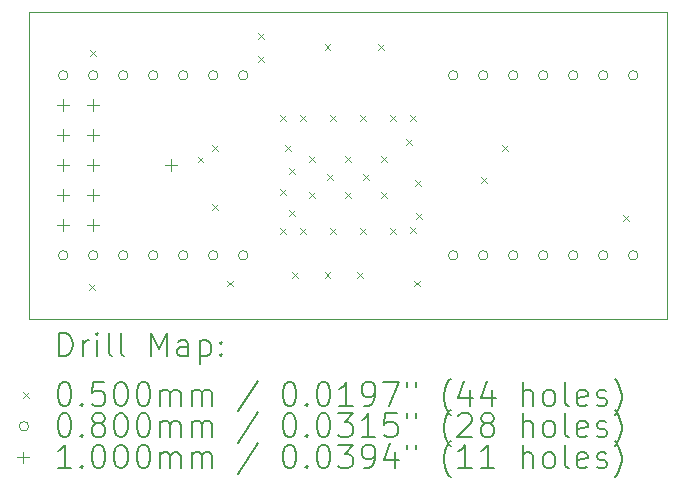
<source format=gbr>
%TF.GenerationSoftware,KiCad,Pcbnew,6.0.10-86aedd382b~118~ubuntu18.04.1*%
%TF.CreationDate,2024-01-18T17:26:40+00:00*%
%TF.ProjectId,ReTuLaReMake,52655475-4c61-4526-954d-616b652e6b69,rev?*%
%TF.SameCoordinates,Original*%
%TF.FileFunction,Drillmap*%
%TF.FilePolarity,Positive*%
%FSLAX45Y45*%
G04 Gerber Fmt 4.5, Leading zero omitted, Abs format (unit mm)*
G04 Created by KiCad (PCBNEW 6.0.10-86aedd382b~118~ubuntu18.04.1) date 2024-01-18 17:26:40*
%MOMM*%
%LPD*%
G01*
G04 APERTURE LIST*
%ADD10C,0.100000*%
%ADD11C,0.200000*%
%ADD12C,0.050000*%
%ADD13C,0.080000*%
G04 APERTURE END LIST*
D10*
X15400000Y-10638000D02*
X10000000Y-10638000D01*
X10000000Y-10638000D02*
X10000000Y-13238000D01*
X10000000Y-13238000D02*
X15400000Y-13238000D01*
X15400000Y-13238000D02*
X15400000Y-10638000D01*
D11*
D12*
X10503500Y-12941500D02*
X10553500Y-12991500D01*
X10553500Y-12941500D02*
X10503500Y-12991500D01*
X10516000Y-10960500D02*
X10566000Y-11010500D01*
X10566000Y-10960500D02*
X10516000Y-11010500D01*
X11425000Y-11863000D02*
X11475000Y-11913000D01*
X11475000Y-11863000D02*
X11425000Y-11913000D01*
X11546250Y-11766750D02*
X11596250Y-11816750D01*
X11596250Y-11766750D02*
X11546250Y-11816750D01*
X11550000Y-12266750D02*
X11600000Y-12316750D01*
X11600000Y-12266750D02*
X11550000Y-12316750D01*
X11675000Y-12913000D02*
X11725000Y-12963000D01*
X11725000Y-12913000D02*
X11675000Y-12963000D01*
X11935000Y-11013000D02*
X11985000Y-11063000D01*
X11985000Y-11013000D02*
X11935000Y-11063000D01*
X11938400Y-10820800D02*
X11988400Y-10870800D01*
X11988400Y-10820800D02*
X11938400Y-10870800D01*
X12125000Y-11513000D02*
X12175000Y-11563000D01*
X12175000Y-11513000D02*
X12125000Y-11563000D01*
X12125000Y-12138000D02*
X12175000Y-12188000D01*
X12175000Y-12138000D02*
X12125000Y-12188000D01*
X12125000Y-12471800D02*
X12175000Y-12521800D01*
X12175000Y-12471800D02*
X12125000Y-12521800D01*
X12163000Y-11763000D02*
X12213000Y-11813000D01*
X12213000Y-11763000D02*
X12163000Y-11813000D01*
X12200000Y-11963000D02*
X12250000Y-12013000D01*
X12250000Y-11963000D02*
X12200000Y-12013000D01*
X12200000Y-12313000D02*
X12250000Y-12363000D01*
X12250000Y-12313000D02*
X12200000Y-12363000D01*
X12225000Y-12838000D02*
X12275000Y-12888000D01*
X12275000Y-12838000D02*
X12225000Y-12888000D01*
X12294000Y-11513000D02*
X12344000Y-11563000D01*
X12344000Y-11513000D02*
X12294000Y-11563000D01*
X12294000Y-12471800D02*
X12344000Y-12521800D01*
X12344000Y-12471800D02*
X12294000Y-12521800D01*
X12370200Y-11862200D02*
X12420200Y-11912200D01*
X12420200Y-11862200D02*
X12370200Y-11912200D01*
X12370200Y-12167000D02*
X12420200Y-12217000D01*
X12420200Y-12167000D02*
X12370200Y-12217000D01*
X12500000Y-10913000D02*
X12550000Y-10963000D01*
X12550000Y-10913000D02*
X12500000Y-10963000D01*
X12500000Y-12838000D02*
X12550000Y-12888000D01*
X12550000Y-12838000D02*
X12500000Y-12888000D01*
X12522600Y-12014600D02*
X12572600Y-12064600D01*
X12572600Y-12014600D02*
X12522600Y-12064600D01*
X12548000Y-11513000D02*
X12598000Y-11563000D01*
X12598000Y-11513000D02*
X12548000Y-11563000D01*
X12548000Y-12471800D02*
X12598000Y-12521800D01*
X12598000Y-12471800D02*
X12548000Y-12521800D01*
X12675000Y-11862200D02*
X12725000Y-11912200D01*
X12725000Y-11862200D02*
X12675000Y-11912200D01*
X12675000Y-12167000D02*
X12725000Y-12217000D01*
X12725000Y-12167000D02*
X12675000Y-12217000D01*
X12775000Y-12838000D02*
X12825000Y-12888000D01*
X12825000Y-12838000D02*
X12775000Y-12888000D01*
X12802000Y-11513000D02*
X12852000Y-11563000D01*
X12852000Y-11513000D02*
X12802000Y-11563000D01*
X12802000Y-12471800D02*
X12852000Y-12521800D01*
X12852000Y-12471800D02*
X12802000Y-12521800D01*
X12827400Y-12014600D02*
X12877400Y-12064600D01*
X12877400Y-12014600D02*
X12827400Y-12064600D01*
X12955000Y-10913000D02*
X13005000Y-10963000D01*
X13005000Y-10913000D02*
X12955000Y-10963000D01*
X12979800Y-11862200D02*
X13029800Y-11912200D01*
X13029800Y-11862200D02*
X12979800Y-11912200D01*
X12979800Y-12167000D02*
X13029800Y-12217000D01*
X13029800Y-12167000D02*
X12979800Y-12217000D01*
X13056000Y-11513000D02*
X13106000Y-11563000D01*
X13106000Y-11513000D02*
X13056000Y-11563000D01*
X13056000Y-12471800D02*
X13106000Y-12521800D01*
X13106000Y-12471800D02*
X13056000Y-12521800D01*
X13188000Y-11713000D02*
X13238000Y-11763000D01*
X13238000Y-11713000D02*
X13188000Y-11763000D01*
X13225000Y-11513000D02*
X13275000Y-11563000D01*
X13275000Y-11513000D02*
X13225000Y-11563000D01*
X13225000Y-12463000D02*
X13275000Y-12513000D01*
X13275000Y-12463000D02*
X13225000Y-12513000D01*
X13255000Y-12913000D02*
X13305000Y-12963000D01*
X13305000Y-12913000D02*
X13255000Y-12963000D01*
X13263000Y-12063000D02*
X13313000Y-12113000D01*
X13313000Y-12063000D02*
X13263000Y-12113000D01*
X13275000Y-12338000D02*
X13325000Y-12388000D01*
X13325000Y-12338000D02*
X13275000Y-12388000D01*
X13825000Y-12035500D02*
X13875000Y-12085500D01*
X13875000Y-12035500D02*
X13825000Y-12085500D01*
X14000000Y-11763000D02*
X14050000Y-11813000D01*
X14050000Y-11763000D02*
X14000000Y-11813000D01*
X15024500Y-12357500D02*
X15074500Y-12407500D01*
X15074500Y-12357500D02*
X15024500Y-12407500D01*
D13*
X10327000Y-11176000D02*
G75*
G03*
X10327000Y-11176000I-40000J0D01*
G01*
X10327000Y-12700000D02*
G75*
G03*
X10327000Y-12700000I-40000J0D01*
G01*
X10581000Y-11176000D02*
G75*
G03*
X10581000Y-11176000I-40000J0D01*
G01*
X10581000Y-12700000D02*
G75*
G03*
X10581000Y-12700000I-40000J0D01*
G01*
X10835000Y-11176000D02*
G75*
G03*
X10835000Y-11176000I-40000J0D01*
G01*
X10835000Y-12700000D02*
G75*
G03*
X10835000Y-12700000I-40000J0D01*
G01*
X11089000Y-11176000D02*
G75*
G03*
X11089000Y-11176000I-40000J0D01*
G01*
X11089000Y-12700000D02*
G75*
G03*
X11089000Y-12700000I-40000J0D01*
G01*
X11343000Y-11176000D02*
G75*
G03*
X11343000Y-11176000I-40000J0D01*
G01*
X11343000Y-12700000D02*
G75*
G03*
X11343000Y-12700000I-40000J0D01*
G01*
X11597000Y-11176000D02*
G75*
G03*
X11597000Y-11176000I-40000J0D01*
G01*
X11597000Y-12700000D02*
G75*
G03*
X11597000Y-12700000I-40000J0D01*
G01*
X11851000Y-11176000D02*
G75*
G03*
X11851000Y-11176000I-40000J0D01*
G01*
X11851000Y-12700000D02*
G75*
G03*
X11851000Y-12700000I-40000J0D01*
G01*
X13629000Y-11176000D02*
G75*
G03*
X13629000Y-11176000I-40000J0D01*
G01*
X13629000Y-12700000D02*
G75*
G03*
X13629000Y-12700000I-40000J0D01*
G01*
X13883000Y-11176000D02*
G75*
G03*
X13883000Y-11176000I-40000J0D01*
G01*
X13883000Y-12700000D02*
G75*
G03*
X13883000Y-12700000I-40000J0D01*
G01*
X14137000Y-11176000D02*
G75*
G03*
X14137000Y-11176000I-40000J0D01*
G01*
X14137000Y-12700000D02*
G75*
G03*
X14137000Y-12700000I-40000J0D01*
G01*
X14391000Y-11176000D02*
G75*
G03*
X14391000Y-11176000I-40000J0D01*
G01*
X14391000Y-12700000D02*
G75*
G03*
X14391000Y-12700000I-40000J0D01*
G01*
X14645000Y-11176000D02*
G75*
G03*
X14645000Y-11176000I-40000J0D01*
G01*
X14645000Y-12700000D02*
G75*
G03*
X14645000Y-12700000I-40000J0D01*
G01*
X14899000Y-11176000D02*
G75*
G03*
X14899000Y-11176000I-40000J0D01*
G01*
X14899000Y-12700000D02*
G75*
G03*
X14899000Y-12700000I-40000J0D01*
G01*
X15153000Y-11176000D02*
G75*
G03*
X15153000Y-11176000I-40000J0D01*
G01*
X15153000Y-12700000D02*
G75*
G03*
X15153000Y-12700000I-40000J0D01*
G01*
D10*
X10287000Y-11380000D02*
X10287000Y-11480000D01*
X10237000Y-11430000D02*
X10337000Y-11430000D01*
X10287000Y-11634000D02*
X10287000Y-11734000D01*
X10237000Y-11684000D02*
X10337000Y-11684000D01*
X10287000Y-11888000D02*
X10287000Y-11988000D01*
X10237000Y-11938000D02*
X10337000Y-11938000D01*
X10287000Y-12142000D02*
X10287000Y-12242000D01*
X10237000Y-12192000D02*
X10337000Y-12192000D01*
X10287000Y-12396000D02*
X10287000Y-12496000D01*
X10237000Y-12446000D02*
X10337000Y-12446000D01*
X10541000Y-11380000D02*
X10541000Y-11480000D01*
X10491000Y-11430000D02*
X10591000Y-11430000D01*
X10541000Y-11634000D02*
X10541000Y-11734000D01*
X10491000Y-11684000D02*
X10591000Y-11684000D01*
X10541000Y-11888000D02*
X10541000Y-11988000D01*
X10491000Y-11938000D02*
X10591000Y-11938000D01*
X10541000Y-12142000D02*
X10541000Y-12242000D01*
X10491000Y-12192000D02*
X10591000Y-12192000D01*
X10541000Y-12396000D02*
X10541000Y-12496000D01*
X10491000Y-12446000D02*
X10591000Y-12446000D01*
X11200000Y-11888000D02*
X11200000Y-11988000D01*
X11150000Y-11938000D02*
X11250000Y-11938000D01*
D11*
X10252619Y-13553476D02*
X10252619Y-13353476D01*
X10300238Y-13353476D01*
X10328810Y-13363000D01*
X10347857Y-13382048D01*
X10357381Y-13401095D01*
X10366905Y-13439190D01*
X10366905Y-13467762D01*
X10357381Y-13505857D01*
X10347857Y-13524905D01*
X10328810Y-13543952D01*
X10300238Y-13553476D01*
X10252619Y-13553476D01*
X10452619Y-13553476D02*
X10452619Y-13420143D01*
X10452619Y-13458238D02*
X10462143Y-13439190D01*
X10471667Y-13429667D01*
X10490714Y-13420143D01*
X10509762Y-13420143D01*
X10576429Y-13553476D02*
X10576429Y-13420143D01*
X10576429Y-13353476D02*
X10566905Y-13363000D01*
X10576429Y-13372524D01*
X10585952Y-13363000D01*
X10576429Y-13353476D01*
X10576429Y-13372524D01*
X10700238Y-13553476D02*
X10681190Y-13543952D01*
X10671667Y-13524905D01*
X10671667Y-13353476D01*
X10805000Y-13553476D02*
X10785952Y-13543952D01*
X10776429Y-13524905D01*
X10776429Y-13353476D01*
X11033571Y-13553476D02*
X11033571Y-13353476D01*
X11100238Y-13496333D01*
X11166905Y-13353476D01*
X11166905Y-13553476D01*
X11347857Y-13553476D02*
X11347857Y-13448714D01*
X11338333Y-13429667D01*
X11319286Y-13420143D01*
X11281190Y-13420143D01*
X11262143Y-13429667D01*
X11347857Y-13543952D02*
X11328809Y-13553476D01*
X11281190Y-13553476D01*
X11262143Y-13543952D01*
X11252619Y-13524905D01*
X11252619Y-13505857D01*
X11262143Y-13486809D01*
X11281190Y-13477286D01*
X11328809Y-13477286D01*
X11347857Y-13467762D01*
X11443095Y-13420143D02*
X11443095Y-13620143D01*
X11443095Y-13429667D02*
X11462143Y-13420143D01*
X11500238Y-13420143D01*
X11519286Y-13429667D01*
X11528809Y-13439190D01*
X11538333Y-13458238D01*
X11538333Y-13515381D01*
X11528809Y-13534428D01*
X11519286Y-13543952D01*
X11500238Y-13553476D01*
X11462143Y-13553476D01*
X11443095Y-13543952D01*
X11624048Y-13534428D02*
X11633571Y-13543952D01*
X11624048Y-13553476D01*
X11614524Y-13543952D01*
X11624048Y-13534428D01*
X11624048Y-13553476D01*
X11624048Y-13429667D02*
X11633571Y-13439190D01*
X11624048Y-13448714D01*
X11614524Y-13439190D01*
X11624048Y-13429667D01*
X11624048Y-13448714D01*
D12*
X9945000Y-13858000D02*
X9995000Y-13908000D01*
X9995000Y-13858000D02*
X9945000Y-13908000D01*
D11*
X10290714Y-13773476D02*
X10309762Y-13773476D01*
X10328810Y-13783000D01*
X10338333Y-13792524D01*
X10347857Y-13811571D01*
X10357381Y-13849667D01*
X10357381Y-13897286D01*
X10347857Y-13935381D01*
X10338333Y-13954428D01*
X10328810Y-13963952D01*
X10309762Y-13973476D01*
X10290714Y-13973476D01*
X10271667Y-13963952D01*
X10262143Y-13954428D01*
X10252619Y-13935381D01*
X10243095Y-13897286D01*
X10243095Y-13849667D01*
X10252619Y-13811571D01*
X10262143Y-13792524D01*
X10271667Y-13783000D01*
X10290714Y-13773476D01*
X10443095Y-13954428D02*
X10452619Y-13963952D01*
X10443095Y-13973476D01*
X10433571Y-13963952D01*
X10443095Y-13954428D01*
X10443095Y-13973476D01*
X10633571Y-13773476D02*
X10538333Y-13773476D01*
X10528810Y-13868714D01*
X10538333Y-13859190D01*
X10557381Y-13849667D01*
X10605000Y-13849667D01*
X10624048Y-13859190D01*
X10633571Y-13868714D01*
X10643095Y-13887762D01*
X10643095Y-13935381D01*
X10633571Y-13954428D01*
X10624048Y-13963952D01*
X10605000Y-13973476D01*
X10557381Y-13973476D01*
X10538333Y-13963952D01*
X10528810Y-13954428D01*
X10766905Y-13773476D02*
X10785952Y-13773476D01*
X10805000Y-13783000D01*
X10814524Y-13792524D01*
X10824048Y-13811571D01*
X10833571Y-13849667D01*
X10833571Y-13897286D01*
X10824048Y-13935381D01*
X10814524Y-13954428D01*
X10805000Y-13963952D01*
X10785952Y-13973476D01*
X10766905Y-13973476D01*
X10747857Y-13963952D01*
X10738333Y-13954428D01*
X10728810Y-13935381D01*
X10719286Y-13897286D01*
X10719286Y-13849667D01*
X10728810Y-13811571D01*
X10738333Y-13792524D01*
X10747857Y-13783000D01*
X10766905Y-13773476D01*
X10957381Y-13773476D02*
X10976429Y-13773476D01*
X10995476Y-13783000D01*
X11005000Y-13792524D01*
X11014524Y-13811571D01*
X11024048Y-13849667D01*
X11024048Y-13897286D01*
X11014524Y-13935381D01*
X11005000Y-13954428D01*
X10995476Y-13963952D01*
X10976429Y-13973476D01*
X10957381Y-13973476D01*
X10938333Y-13963952D01*
X10928810Y-13954428D01*
X10919286Y-13935381D01*
X10909762Y-13897286D01*
X10909762Y-13849667D01*
X10919286Y-13811571D01*
X10928810Y-13792524D01*
X10938333Y-13783000D01*
X10957381Y-13773476D01*
X11109762Y-13973476D02*
X11109762Y-13840143D01*
X11109762Y-13859190D02*
X11119286Y-13849667D01*
X11138333Y-13840143D01*
X11166905Y-13840143D01*
X11185952Y-13849667D01*
X11195476Y-13868714D01*
X11195476Y-13973476D01*
X11195476Y-13868714D02*
X11205000Y-13849667D01*
X11224048Y-13840143D01*
X11252619Y-13840143D01*
X11271667Y-13849667D01*
X11281190Y-13868714D01*
X11281190Y-13973476D01*
X11376428Y-13973476D02*
X11376428Y-13840143D01*
X11376428Y-13859190D02*
X11385952Y-13849667D01*
X11405000Y-13840143D01*
X11433571Y-13840143D01*
X11452619Y-13849667D01*
X11462143Y-13868714D01*
X11462143Y-13973476D01*
X11462143Y-13868714D02*
X11471667Y-13849667D01*
X11490714Y-13840143D01*
X11519286Y-13840143D01*
X11538333Y-13849667D01*
X11547857Y-13868714D01*
X11547857Y-13973476D01*
X11938333Y-13763952D02*
X11766905Y-14021095D01*
X12195476Y-13773476D02*
X12214524Y-13773476D01*
X12233571Y-13783000D01*
X12243095Y-13792524D01*
X12252619Y-13811571D01*
X12262143Y-13849667D01*
X12262143Y-13897286D01*
X12252619Y-13935381D01*
X12243095Y-13954428D01*
X12233571Y-13963952D01*
X12214524Y-13973476D01*
X12195476Y-13973476D01*
X12176428Y-13963952D01*
X12166905Y-13954428D01*
X12157381Y-13935381D01*
X12147857Y-13897286D01*
X12147857Y-13849667D01*
X12157381Y-13811571D01*
X12166905Y-13792524D01*
X12176428Y-13783000D01*
X12195476Y-13773476D01*
X12347857Y-13954428D02*
X12357381Y-13963952D01*
X12347857Y-13973476D01*
X12338333Y-13963952D01*
X12347857Y-13954428D01*
X12347857Y-13973476D01*
X12481190Y-13773476D02*
X12500238Y-13773476D01*
X12519286Y-13783000D01*
X12528809Y-13792524D01*
X12538333Y-13811571D01*
X12547857Y-13849667D01*
X12547857Y-13897286D01*
X12538333Y-13935381D01*
X12528809Y-13954428D01*
X12519286Y-13963952D01*
X12500238Y-13973476D01*
X12481190Y-13973476D01*
X12462143Y-13963952D01*
X12452619Y-13954428D01*
X12443095Y-13935381D01*
X12433571Y-13897286D01*
X12433571Y-13849667D01*
X12443095Y-13811571D01*
X12452619Y-13792524D01*
X12462143Y-13783000D01*
X12481190Y-13773476D01*
X12738333Y-13973476D02*
X12624048Y-13973476D01*
X12681190Y-13973476D02*
X12681190Y-13773476D01*
X12662143Y-13802048D01*
X12643095Y-13821095D01*
X12624048Y-13830619D01*
X12833571Y-13973476D02*
X12871667Y-13973476D01*
X12890714Y-13963952D01*
X12900238Y-13954428D01*
X12919286Y-13925857D01*
X12928809Y-13887762D01*
X12928809Y-13811571D01*
X12919286Y-13792524D01*
X12909762Y-13783000D01*
X12890714Y-13773476D01*
X12852619Y-13773476D01*
X12833571Y-13783000D01*
X12824048Y-13792524D01*
X12814524Y-13811571D01*
X12814524Y-13859190D01*
X12824048Y-13878238D01*
X12833571Y-13887762D01*
X12852619Y-13897286D01*
X12890714Y-13897286D01*
X12909762Y-13887762D01*
X12919286Y-13878238D01*
X12928809Y-13859190D01*
X12995476Y-13773476D02*
X13128809Y-13773476D01*
X13043095Y-13973476D01*
X13195476Y-13773476D02*
X13195476Y-13811571D01*
X13271667Y-13773476D02*
X13271667Y-13811571D01*
X13566905Y-14049667D02*
X13557381Y-14040143D01*
X13538333Y-14011571D01*
X13528809Y-13992524D01*
X13519286Y-13963952D01*
X13509762Y-13916333D01*
X13509762Y-13878238D01*
X13519286Y-13830619D01*
X13528809Y-13802048D01*
X13538333Y-13783000D01*
X13557381Y-13754428D01*
X13566905Y-13744905D01*
X13728809Y-13840143D02*
X13728809Y-13973476D01*
X13681190Y-13763952D02*
X13633571Y-13906809D01*
X13757381Y-13906809D01*
X13919286Y-13840143D02*
X13919286Y-13973476D01*
X13871667Y-13763952D02*
X13824048Y-13906809D01*
X13947857Y-13906809D01*
X14176428Y-13973476D02*
X14176428Y-13773476D01*
X14262143Y-13973476D02*
X14262143Y-13868714D01*
X14252619Y-13849667D01*
X14233571Y-13840143D01*
X14205000Y-13840143D01*
X14185952Y-13849667D01*
X14176428Y-13859190D01*
X14385952Y-13973476D02*
X14366905Y-13963952D01*
X14357381Y-13954428D01*
X14347857Y-13935381D01*
X14347857Y-13878238D01*
X14357381Y-13859190D01*
X14366905Y-13849667D01*
X14385952Y-13840143D01*
X14414524Y-13840143D01*
X14433571Y-13849667D01*
X14443095Y-13859190D01*
X14452619Y-13878238D01*
X14452619Y-13935381D01*
X14443095Y-13954428D01*
X14433571Y-13963952D01*
X14414524Y-13973476D01*
X14385952Y-13973476D01*
X14566905Y-13973476D02*
X14547857Y-13963952D01*
X14538333Y-13944905D01*
X14538333Y-13773476D01*
X14719286Y-13963952D02*
X14700238Y-13973476D01*
X14662143Y-13973476D01*
X14643095Y-13963952D01*
X14633571Y-13944905D01*
X14633571Y-13868714D01*
X14643095Y-13849667D01*
X14662143Y-13840143D01*
X14700238Y-13840143D01*
X14719286Y-13849667D01*
X14728809Y-13868714D01*
X14728809Y-13887762D01*
X14633571Y-13906809D01*
X14805000Y-13963952D02*
X14824048Y-13973476D01*
X14862143Y-13973476D01*
X14881190Y-13963952D01*
X14890714Y-13944905D01*
X14890714Y-13935381D01*
X14881190Y-13916333D01*
X14862143Y-13906809D01*
X14833571Y-13906809D01*
X14814524Y-13897286D01*
X14805000Y-13878238D01*
X14805000Y-13868714D01*
X14814524Y-13849667D01*
X14833571Y-13840143D01*
X14862143Y-13840143D01*
X14881190Y-13849667D01*
X14957381Y-14049667D02*
X14966905Y-14040143D01*
X14985952Y-14011571D01*
X14995476Y-13992524D01*
X15005000Y-13963952D01*
X15014524Y-13916333D01*
X15014524Y-13878238D01*
X15005000Y-13830619D01*
X14995476Y-13802048D01*
X14985952Y-13783000D01*
X14966905Y-13754428D01*
X14957381Y-13744905D01*
D13*
X9995000Y-14147000D02*
G75*
G03*
X9995000Y-14147000I-40000J0D01*
G01*
D11*
X10290714Y-14037476D02*
X10309762Y-14037476D01*
X10328810Y-14047000D01*
X10338333Y-14056524D01*
X10347857Y-14075571D01*
X10357381Y-14113667D01*
X10357381Y-14161286D01*
X10347857Y-14199381D01*
X10338333Y-14218428D01*
X10328810Y-14227952D01*
X10309762Y-14237476D01*
X10290714Y-14237476D01*
X10271667Y-14227952D01*
X10262143Y-14218428D01*
X10252619Y-14199381D01*
X10243095Y-14161286D01*
X10243095Y-14113667D01*
X10252619Y-14075571D01*
X10262143Y-14056524D01*
X10271667Y-14047000D01*
X10290714Y-14037476D01*
X10443095Y-14218428D02*
X10452619Y-14227952D01*
X10443095Y-14237476D01*
X10433571Y-14227952D01*
X10443095Y-14218428D01*
X10443095Y-14237476D01*
X10566905Y-14123190D02*
X10547857Y-14113667D01*
X10538333Y-14104143D01*
X10528810Y-14085095D01*
X10528810Y-14075571D01*
X10538333Y-14056524D01*
X10547857Y-14047000D01*
X10566905Y-14037476D01*
X10605000Y-14037476D01*
X10624048Y-14047000D01*
X10633571Y-14056524D01*
X10643095Y-14075571D01*
X10643095Y-14085095D01*
X10633571Y-14104143D01*
X10624048Y-14113667D01*
X10605000Y-14123190D01*
X10566905Y-14123190D01*
X10547857Y-14132714D01*
X10538333Y-14142238D01*
X10528810Y-14161286D01*
X10528810Y-14199381D01*
X10538333Y-14218428D01*
X10547857Y-14227952D01*
X10566905Y-14237476D01*
X10605000Y-14237476D01*
X10624048Y-14227952D01*
X10633571Y-14218428D01*
X10643095Y-14199381D01*
X10643095Y-14161286D01*
X10633571Y-14142238D01*
X10624048Y-14132714D01*
X10605000Y-14123190D01*
X10766905Y-14037476D02*
X10785952Y-14037476D01*
X10805000Y-14047000D01*
X10814524Y-14056524D01*
X10824048Y-14075571D01*
X10833571Y-14113667D01*
X10833571Y-14161286D01*
X10824048Y-14199381D01*
X10814524Y-14218428D01*
X10805000Y-14227952D01*
X10785952Y-14237476D01*
X10766905Y-14237476D01*
X10747857Y-14227952D01*
X10738333Y-14218428D01*
X10728810Y-14199381D01*
X10719286Y-14161286D01*
X10719286Y-14113667D01*
X10728810Y-14075571D01*
X10738333Y-14056524D01*
X10747857Y-14047000D01*
X10766905Y-14037476D01*
X10957381Y-14037476D02*
X10976429Y-14037476D01*
X10995476Y-14047000D01*
X11005000Y-14056524D01*
X11014524Y-14075571D01*
X11024048Y-14113667D01*
X11024048Y-14161286D01*
X11014524Y-14199381D01*
X11005000Y-14218428D01*
X10995476Y-14227952D01*
X10976429Y-14237476D01*
X10957381Y-14237476D01*
X10938333Y-14227952D01*
X10928810Y-14218428D01*
X10919286Y-14199381D01*
X10909762Y-14161286D01*
X10909762Y-14113667D01*
X10919286Y-14075571D01*
X10928810Y-14056524D01*
X10938333Y-14047000D01*
X10957381Y-14037476D01*
X11109762Y-14237476D02*
X11109762Y-14104143D01*
X11109762Y-14123190D02*
X11119286Y-14113667D01*
X11138333Y-14104143D01*
X11166905Y-14104143D01*
X11185952Y-14113667D01*
X11195476Y-14132714D01*
X11195476Y-14237476D01*
X11195476Y-14132714D02*
X11205000Y-14113667D01*
X11224048Y-14104143D01*
X11252619Y-14104143D01*
X11271667Y-14113667D01*
X11281190Y-14132714D01*
X11281190Y-14237476D01*
X11376428Y-14237476D02*
X11376428Y-14104143D01*
X11376428Y-14123190D02*
X11385952Y-14113667D01*
X11405000Y-14104143D01*
X11433571Y-14104143D01*
X11452619Y-14113667D01*
X11462143Y-14132714D01*
X11462143Y-14237476D01*
X11462143Y-14132714D02*
X11471667Y-14113667D01*
X11490714Y-14104143D01*
X11519286Y-14104143D01*
X11538333Y-14113667D01*
X11547857Y-14132714D01*
X11547857Y-14237476D01*
X11938333Y-14027952D02*
X11766905Y-14285095D01*
X12195476Y-14037476D02*
X12214524Y-14037476D01*
X12233571Y-14047000D01*
X12243095Y-14056524D01*
X12252619Y-14075571D01*
X12262143Y-14113667D01*
X12262143Y-14161286D01*
X12252619Y-14199381D01*
X12243095Y-14218428D01*
X12233571Y-14227952D01*
X12214524Y-14237476D01*
X12195476Y-14237476D01*
X12176428Y-14227952D01*
X12166905Y-14218428D01*
X12157381Y-14199381D01*
X12147857Y-14161286D01*
X12147857Y-14113667D01*
X12157381Y-14075571D01*
X12166905Y-14056524D01*
X12176428Y-14047000D01*
X12195476Y-14037476D01*
X12347857Y-14218428D02*
X12357381Y-14227952D01*
X12347857Y-14237476D01*
X12338333Y-14227952D01*
X12347857Y-14218428D01*
X12347857Y-14237476D01*
X12481190Y-14037476D02*
X12500238Y-14037476D01*
X12519286Y-14047000D01*
X12528809Y-14056524D01*
X12538333Y-14075571D01*
X12547857Y-14113667D01*
X12547857Y-14161286D01*
X12538333Y-14199381D01*
X12528809Y-14218428D01*
X12519286Y-14227952D01*
X12500238Y-14237476D01*
X12481190Y-14237476D01*
X12462143Y-14227952D01*
X12452619Y-14218428D01*
X12443095Y-14199381D01*
X12433571Y-14161286D01*
X12433571Y-14113667D01*
X12443095Y-14075571D01*
X12452619Y-14056524D01*
X12462143Y-14047000D01*
X12481190Y-14037476D01*
X12614524Y-14037476D02*
X12738333Y-14037476D01*
X12671667Y-14113667D01*
X12700238Y-14113667D01*
X12719286Y-14123190D01*
X12728809Y-14132714D01*
X12738333Y-14151762D01*
X12738333Y-14199381D01*
X12728809Y-14218428D01*
X12719286Y-14227952D01*
X12700238Y-14237476D01*
X12643095Y-14237476D01*
X12624048Y-14227952D01*
X12614524Y-14218428D01*
X12928809Y-14237476D02*
X12814524Y-14237476D01*
X12871667Y-14237476D02*
X12871667Y-14037476D01*
X12852619Y-14066048D01*
X12833571Y-14085095D01*
X12814524Y-14094619D01*
X13109762Y-14037476D02*
X13014524Y-14037476D01*
X13005000Y-14132714D01*
X13014524Y-14123190D01*
X13033571Y-14113667D01*
X13081190Y-14113667D01*
X13100238Y-14123190D01*
X13109762Y-14132714D01*
X13119286Y-14151762D01*
X13119286Y-14199381D01*
X13109762Y-14218428D01*
X13100238Y-14227952D01*
X13081190Y-14237476D01*
X13033571Y-14237476D01*
X13014524Y-14227952D01*
X13005000Y-14218428D01*
X13195476Y-14037476D02*
X13195476Y-14075571D01*
X13271667Y-14037476D02*
X13271667Y-14075571D01*
X13566905Y-14313667D02*
X13557381Y-14304143D01*
X13538333Y-14275571D01*
X13528809Y-14256524D01*
X13519286Y-14227952D01*
X13509762Y-14180333D01*
X13509762Y-14142238D01*
X13519286Y-14094619D01*
X13528809Y-14066048D01*
X13538333Y-14047000D01*
X13557381Y-14018428D01*
X13566905Y-14008905D01*
X13633571Y-14056524D02*
X13643095Y-14047000D01*
X13662143Y-14037476D01*
X13709762Y-14037476D01*
X13728809Y-14047000D01*
X13738333Y-14056524D01*
X13747857Y-14075571D01*
X13747857Y-14094619D01*
X13738333Y-14123190D01*
X13624048Y-14237476D01*
X13747857Y-14237476D01*
X13862143Y-14123190D02*
X13843095Y-14113667D01*
X13833571Y-14104143D01*
X13824048Y-14085095D01*
X13824048Y-14075571D01*
X13833571Y-14056524D01*
X13843095Y-14047000D01*
X13862143Y-14037476D01*
X13900238Y-14037476D01*
X13919286Y-14047000D01*
X13928809Y-14056524D01*
X13938333Y-14075571D01*
X13938333Y-14085095D01*
X13928809Y-14104143D01*
X13919286Y-14113667D01*
X13900238Y-14123190D01*
X13862143Y-14123190D01*
X13843095Y-14132714D01*
X13833571Y-14142238D01*
X13824048Y-14161286D01*
X13824048Y-14199381D01*
X13833571Y-14218428D01*
X13843095Y-14227952D01*
X13862143Y-14237476D01*
X13900238Y-14237476D01*
X13919286Y-14227952D01*
X13928809Y-14218428D01*
X13938333Y-14199381D01*
X13938333Y-14161286D01*
X13928809Y-14142238D01*
X13919286Y-14132714D01*
X13900238Y-14123190D01*
X14176428Y-14237476D02*
X14176428Y-14037476D01*
X14262143Y-14237476D02*
X14262143Y-14132714D01*
X14252619Y-14113667D01*
X14233571Y-14104143D01*
X14205000Y-14104143D01*
X14185952Y-14113667D01*
X14176428Y-14123190D01*
X14385952Y-14237476D02*
X14366905Y-14227952D01*
X14357381Y-14218428D01*
X14347857Y-14199381D01*
X14347857Y-14142238D01*
X14357381Y-14123190D01*
X14366905Y-14113667D01*
X14385952Y-14104143D01*
X14414524Y-14104143D01*
X14433571Y-14113667D01*
X14443095Y-14123190D01*
X14452619Y-14142238D01*
X14452619Y-14199381D01*
X14443095Y-14218428D01*
X14433571Y-14227952D01*
X14414524Y-14237476D01*
X14385952Y-14237476D01*
X14566905Y-14237476D02*
X14547857Y-14227952D01*
X14538333Y-14208905D01*
X14538333Y-14037476D01*
X14719286Y-14227952D02*
X14700238Y-14237476D01*
X14662143Y-14237476D01*
X14643095Y-14227952D01*
X14633571Y-14208905D01*
X14633571Y-14132714D01*
X14643095Y-14113667D01*
X14662143Y-14104143D01*
X14700238Y-14104143D01*
X14719286Y-14113667D01*
X14728809Y-14132714D01*
X14728809Y-14151762D01*
X14633571Y-14170809D01*
X14805000Y-14227952D02*
X14824048Y-14237476D01*
X14862143Y-14237476D01*
X14881190Y-14227952D01*
X14890714Y-14208905D01*
X14890714Y-14199381D01*
X14881190Y-14180333D01*
X14862143Y-14170809D01*
X14833571Y-14170809D01*
X14814524Y-14161286D01*
X14805000Y-14142238D01*
X14805000Y-14132714D01*
X14814524Y-14113667D01*
X14833571Y-14104143D01*
X14862143Y-14104143D01*
X14881190Y-14113667D01*
X14957381Y-14313667D02*
X14966905Y-14304143D01*
X14985952Y-14275571D01*
X14995476Y-14256524D01*
X15005000Y-14227952D01*
X15014524Y-14180333D01*
X15014524Y-14142238D01*
X15005000Y-14094619D01*
X14995476Y-14066048D01*
X14985952Y-14047000D01*
X14966905Y-14018428D01*
X14957381Y-14008905D01*
D10*
X9945000Y-14361000D02*
X9945000Y-14461000D01*
X9895000Y-14411000D02*
X9995000Y-14411000D01*
D11*
X10357381Y-14501476D02*
X10243095Y-14501476D01*
X10300238Y-14501476D02*
X10300238Y-14301476D01*
X10281190Y-14330048D01*
X10262143Y-14349095D01*
X10243095Y-14358619D01*
X10443095Y-14482428D02*
X10452619Y-14491952D01*
X10443095Y-14501476D01*
X10433571Y-14491952D01*
X10443095Y-14482428D01*
X10443095Y-14501476D01*
X10576429Y-14301476D02*
X10595476Y-14301476D01*
X10614524Y-14311000D01*
X10624048Y-14320524D01*
X10633571Y-14339571D01*
X10643095Y-14377667D01*
X10643095Y-14425286D01*
X10633571Y-14463381D01*
X10624048Y-14482428D01*
X10614524Y-14491952D01*
X10595476Y-14501476D01*
X10576429Y-14501476D01*
X10557381Y-14491952D01*
X10547857Y-14482428D01*
X10538333Y-14463381D01*
X10528810Y-14425286D01*
X10528810Y-14377667D01*
X10538333Y-14339571D01*
X10547857Y-14320524D01*
X10557381Y-14311000D01*
X10576429Y-14301476D01*
X10766905Y-14301476D02*
X10785952Y-14301476D01*
X10805000Y-14311000D01*
X10814524Y-14320524D01*
X10824048Y-14339571D01*
X10833571Y-14377667D01*
X10833571Y-14425286D01*
X10824048Y-14463381D01*
X10814524Y-14482428D01*
X10805000Y-14491952D01*
X10785952Y-14501476D01*
X10766905Y-14501476D01*
X10747857Y-14491952D01*
X10738333Y-14482428D01*
X10728810Y-14463381D01*
X10719286Y-14425286D01*
X10719286Y-14377667D01*
X10728810Y-14339571D01*
X10738333Y-14320524D01*
X10747857Y-14311000D01*
X10766905Y-14301476D01*
X10957381Y-14301476D02*
X10976429Y-14301476D01*
X10995476Y-14311000D01*
X11005000Y-14320524D01*
X11014524Y-14339571D01*
X11024048Y-14377667D01*
X11024048Y-14425286D01*
X11014524Y-14463381D01*
X11005000Y-14482428D01*
X10995476Y-14491952D01*
X10976429Y-14501476D01*
X10957381Y-14501476D01*
X10938333Y-14491952D01*
X10928810Y-14482428D01*
X10919286Y-14463381D01*
X10909762Y-14425286D01*
X10909762Y-14377667D01*
X10919286Y-14339571D01*
X10928810Y-14320524D01*
X10938333Y-14311000D01*
X10957381Y-14301476D01*
X11109762Y-14501476D02*
X11109762Y-14368143D01*
X11109762Y-14387190D02*
X11119286Y-14377667D01*
X11138333Y-14368143D01*
X11166905Y-14368143D01*
X11185952Y-14377667D01*
X11195476Y-14396714D01*
X11195476Y-14501476D01*
X11195476Y-14396714D02*
X11205000Y-14377667D01*
X11224048Y-14368143D01*
X11252619Y-14368143D01*
X11271667Y-14377667D01*
X11281190Y-14396714D01*
X11281190Y-14501476D01*
X11376428Y-14501476D02*
X11376428Y-14368143D01*
X11376428Y-14387190D02*
X11385952Y-14377667D01*
X11405000Y-14368143D01*
X11433571Y-14368143D01*
X11452619Y-14377667D01*
X11462143Y-14396714D01*
X11462143Y-14501476D01*
X11462143Y-14396714D02*
X11471667Y-14377667D01*
X11490714Y-14368143D01*
X11519286Y-14368143D01*
X11538333Y-14377667D01*
X11547857Y-14396714D01*
X11547857Y-14501476D01*
X11938333Y-14291952D02*
X11766905Y-14549095D01*
X12195476Y-14301476D02*
X12214524Y-14301476D01*
X12233571Y-14311000D01*
X12243095Y-14320524D01*
X12252619Y-14339571D01*
X12262143Y-14377667D01*
X12262143Y-14425286D01*
X12252619Y-14463381D01*
X12243095Y-14482428D01*
X12233571Y-14491952D01*
X12214524Y-14501476D01*
X12195476Y-14501476D01*
X12176428Y-14491952D01*
X12166905Y-14482428D01*
X12157381Y-14463381D01*
X12147857Y-14425286D01*
X12147857Y-14377667D01*
X12157381Y-14339571D01*
X12166905Y-14320524D01*
X12176428Y-14311000D01*
X12195476Y-14301476D01*
X12347857Y-14482428D02*
X12357381Y-14491952D01*
X12347857Y-14501476D01*
X12338333Y-14491952D01*
X12347857Y-14482428D01*
X12347857Y-14501476D01*
X12481190Y-14301476D02*
X12500238Y-14301476D01*
X12519286Y-14311000D01*
X12528809Y-14320524D01*
X12538333Y-14339571D01*
X12547857Y-14377667D01*
X12547857Y-14425286D01*
X12538333Y-14463381D01*
X12528809Y-14482428D01*
X12519286Y-14491952D01*
X12500238Y-14501476D01*
X12481190Y-14501476D01*
X12462143Y-14491952D01*
X12452619Y-14482428D01*
X12443095Y-14463381D01*
X12433571Y-14425286D01*
X12433571Y-14377667D01*
X12443095Y-14339571D01*
X12452619Y-14320524D01*
X12462143Y-14311000D01*
X12481190Y-14301476D01*
X12614524Y-14301476D02*
X12738333Y-14301476D01*
X12671667Y-14377667D01*
X12700238Y-14377667D01*
X12719286Y-14387190D01*
X12728809Y-14396714D01*
X12738333Y-14415762D01*
X12738333Y-14463381D01*
X12728809Y-14482428D01*
X12719286Y-14491952D01*
X12700238Y-14501476D01*
X12643095Y-14501476D01*
X12624048Y-14491952D01*
X12614524Y-14482428D01*
X12833571Y-14501476D02*
X12871667Y-14501476D01*
X12890714Y-14491952D01*
X12900238Y-14482428D01*
X12919286Y-14453857D01*
X12928809Y-14415762D01*
X12928809Y-14339571D01*
X12919286Y-14320524D01*
X12909762Y-14311000D01*
X12890714Y-14301476D01*
X12852619Y-14301476D01*
X12833571Y-14311000D01*
X12824048Y-14320524D01*
X12814524Y-14339571D01*
X12814524Y-14387190D01*
X12824048Y-14406238D01*
X12833571Y-14415762D01*
X12852619Y-14425286D01*
X12890714Y-14425286D01*
X12909762Y-14415762D01*
X12919286Y-14406238D01*
X12928809Y-14387190D01*
X13100238Y-14368143D02*
X13100238Y-14501476D01*
X13052619Y-14291952D02*
X13005000Y-14434809D01*
X13128809Y-14434809D01*
X13195476Y-14301476D02*
X13195476Y-14339571D01*
X13271667Y-14301476D02*
X13271667Y-14339571D01*
X13566905Y-14577667D02*
X13557381Y-14568143D01*
X13538333Y-14539571D01*
X13528809Y-14520524D01*
X13519286Y-14491952D01*
X13509762Y-14444333D01*
X13509762Y-14406238D01*
X13519286Y-14358619D01*
X13528809Y-14330048D01*
X13538333Y-14311000D01*
X13557381Y-14282428D01*
X13566905Y-14272905D01*
X13747857Y-14501476D02*
X13633571Y-14501476D01*
X13690714Y-14501476D02*
X13690714Y-14301476D01*
X13671667Y-14330048D01*
X13652619Y-14349095D01*
X13633571Y-14358619D01*
X13938333Y-14501476D02*
X13824048Y-14501476D01*
X13881190Y-14501476D02*
X13881190Y-14301476D01*
X13862143Y-14330048D01*
X13843095Y-14349095D01*
X13824048Y-14358619D01*
X14176428Y-14501476D02*
X14176428Y-14301476D01*
X14262143Y-14501476D02*
X14262143Y-14396714D01*
X14252619Y-14377667D01*
X14233571Y-14368143D01*
X14205000Y-14368143D01*
X14185952Y-14377667D01*
X14176428Y-14387190D01*
X14385952Y-14501476D02*
X14366905Y-14491952D01*
X14357381Y-14482428D01*
X14347857Y-14463381D01*
X14347857Y-14406238D01*
X14357381Y-14387190D01*
X14366905Y-14377667D01*
X14385952Y-14368143D01*
X14414524Y-14368143D01*
X14433571Y-14377667D01*
X14443095Y-14387190D01*
X14452619Y-14406238D01*
X14452619Y-14463381D01*
X14443095Y-14482428D01*
X14433571Y-14491952D01*
X14414524Y-14501476D01*
X14385952Y-14501476D01*
X14566905Y-14501476D02*
X14547857Y-14491952D01*
X14538333Y-14472905D01*
X14538333Y-14301476D01*
X14719286Y-14491952D02*
X14700238Y-14501476D01*
X14662143Y-14501476D01*
X14643095Y-14491952D01*
X14633571Y-14472905D01*
X14633571Y-14396714D01*
X14643095Y-14377667D01*
X14662143Y-14368143D01*
X14700238Y-14368143D01*
X14719286Y-14377667D01*
X14728809Y-14396714D01*
X14728809Y-14415762D01*
X14633571Y-14434809D01*
X14805000Y-14491952D02*
X14824048Y-14501476D01*
X14862143Y-14501476D01*
X14881190Y-14491952D01*
X14890714Y-14472905D01*
X14890714Y-14463381D01*
X14881190Y-14444333D01*
X14862143Y-14434809D01*
X14833571Y-14434809D01*
X14814524Y-14425286D01*
X14805000Y-14406238D01*
X14805000Y-14396714D01*
X14814524Y-14377667D01*
X14833571Y-14368143D01*
X14862143Y-14368143D01*
X14881190Y-14377667D01*
X14957381Y-14577667D02*
X14966905Y-14568143D01*
X14985952Y-14539571D01*
X14995476Y-14520524D01*
X15005000Y-14491952D01*
X15014524Y-14444333D01*
X15014524Y-14406238D01*
X15005000Y-14358619D01*
X14995476Y-14330048D01*
X14985952Y-14311000D01*
X14966905Y-14282428D01*
X14957381Y-14272905D01*
M02*

</source>
